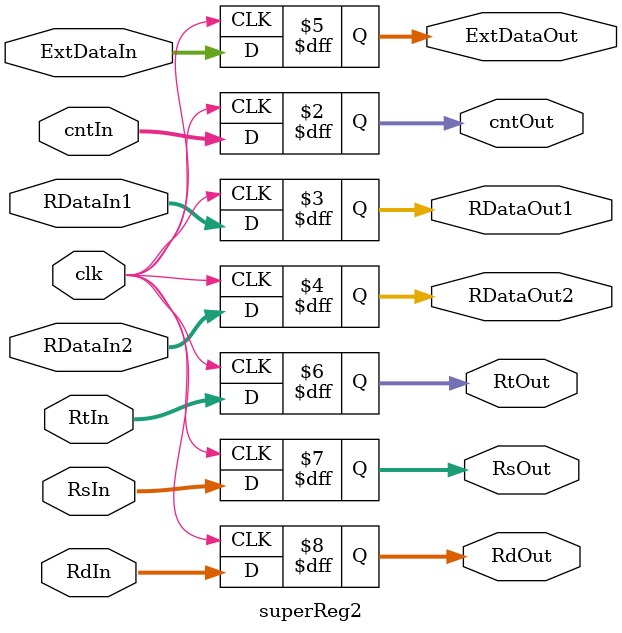
<source format=v>
`timescale 1ns/1ns
module superReg2(input [8:0]cntIn,input [31:0]RDataIn1,RDataIn2,ExtDataIn,input [4:0]RtIn,RsIn,RdIn,input clk,
  output reg [8:0]cntOut,output reg [31:0]RDataOut1,RDataOut2,ExtDataOut,output reg [4:0]RtOut,RsOut,RdOut);
  always@(posedge clk) begin
    cntOut <= cntIn;
    RDataOut1 <= RDataIn1;
    RDataOut2 <= RDataIn2;
    ExtDataOut <= ExtDataIn;
    RtOut <= RtIn;
    RsOut <= RsIn;
    RdOut <= RdIn;
  end
endmodule

</source>
